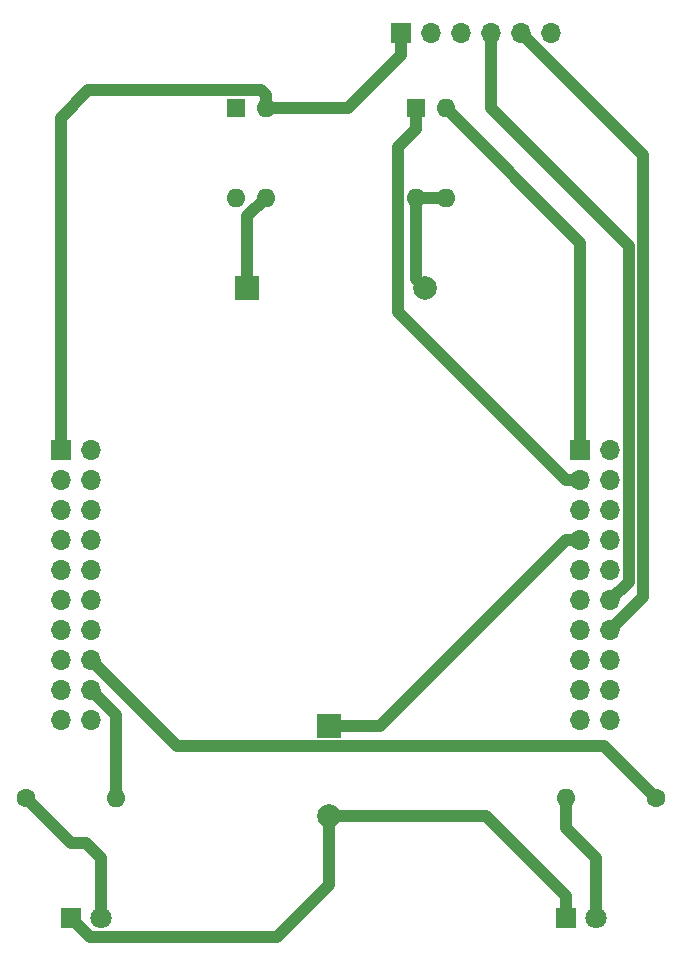
<source format=gbr>
G04 #@! TF.GenerationSoftware,KiCad,Pcbnew,5.1.5+dfsg1-2build2*
G04 #@! TF.CreationDate,2021-12-17T19:19:48-04:00*
G04 #@! TF.ProjectId,prototyping_backplane,70726f74-6f74-4797-9069-6e675f626163,B*
G04 #@! TF.SameCoordinates,Original*
G04 #@! TF.FileFunction,Copper,L1,Top*
G04 #@! TF.FilePolarity,Positive*
%FSLAX46Y46*%
G04 Gerber Fmt 4.6, Leading zero omitted, Abs format (unit mm)*
G04 Created by KiCad (PCBNEW 5.1.5+dfsg1-2build2) date 2021-12-17 19:19:48*
%MOMM*%
%LPD*%
G04 APERTURE LIST*
%ADD10O,1.700000X1.700000*%
%ADD11R,1.700000X1.700000*%
%ADD12O,1.600000X1.600000*%
%ADD13C,1.600000*%
%ADD14C,2.000000*%
%ADD15R,2.000000X2.000000*%
%ADD16R,1.600000X1.600000*%
%ADD17C,1.800000*%
%ADD18R,1.800000X1.800000*%
%ADD19C,1.000000*%
G04 APERTURE END LIST*
D10*
X198120000Y-48260000D03*
X195580000Y-48260000D03*
X193040000Y-48260000D03*
X190500000Y-48260000D03*
X187960000Y-48260000D03*
D11*
X185420000Y-48260000D03*
D12*
X161290000Y-113030000D03*
D13*
X153670000Y-113030000D03*
D12*
X199390000Y-113030000D03*
D13*
X207010000Y-113030000D03*
D10*
X159170000Y-106400000D03*
X156630000Y-106400000D03*
X159170000Y-103860000D03*
X156630000Y-103860000D03*
X159170000Y-101320000D03*
X156630000Y-101320000D03*
X159170000Y-98780000D03*
X156630000Y-98780000D03*
X159170000Y-96240000D03*
X156630000Y-96240000D03*
X159170000Y-93700000D03*
X156630000Y-93700000D03*
X159170000Y-91160000D03*
X156630000Y-91160000D03*
X159170000Y-88620000D03*
X156630000Y-88620000D03*
X159170000Y-86080000D03*
X156630000Y-86080000D03*
X159170000Y-83540000D03*
D11*
X156630000Y-83540000D03*
D10*
X203170000Y-106400000D03*
X200630000Y-106400000D03*
X203170000Y-103860000D03*
X200630000Y-103860000D03*
X203170000Y-101320000D03*
X200630000Y-101320000D03*
X203170000Y-98780000D03*
X200630000Y-98780000D03*
X203170000Y-96240000D03*
X200630000Y-96240000D03*
X203170000Y-93700000D03*
X200630000Y-93700000D03*
X203170000Y-91160000D03*
X200630000Y-91160000D03*
X203170000Y-88620000D03*
X200630000Y-88620000D03*
X203170000Y-86080000D03*
X200630000Y-86080000D03*
X203170000Y-83540000D03*
D11*
X200630000Y-83540000D03*
D14*
X187440000Y-69850000D03*
D15*
X172450000Y-69850000D03*
D12*
X186690000Y-62230000D03*
X189230000Y-54610000D03*
X189230000Y-62230000D03*
D16*
X186690000Y-54610000D03*
D12*
X171450000Y-62230000D03*
X173990000Y-54610000D03*
X173990000Y-62230000D03*
D16*
X171450000Y-54610000D03*
D14*
X179340000Y-114520000D03*
D15*
X179340000Y-106920000D03*
D17*
X160020000Y-123190000D03*
D18*
X157480000Y-123190000D03*
D17*
X201930000Y-123190000D03*
D18*
X199390000Y-123190000D03*
D19*
X186690000Y-62230000D02*
X189230000Y-62230000D01*
X186690000Y-69100000D02*
X187440000Y-69850000D01*
X186690000Y-62230000D02*
X186690000Y-69100000D01*
X172450000Y-63770000D02*
X173990000Y-62230000D01*
X172450000Y-69850000D02*
X172450000Y-63770000D01*
X201930000Y-118110000D02*
X201930000Y-123190000D01*
X199390000Y-115570000D02*
X201930000Y-118110000D01*
X199390000Y-113030000D02*
X199390000Y-115570000D01*
X157480000Y-116840000D02*
X153670000Y-113030000D01*
X158750000Y-116840000D02*
X157480000Y-116840000D01*
X160020000Y-118110000D02*
X158750000Y-116840000D01*
X160020000Y-123190000D02*
X160020000Y-118110000D01*
X161290000Y-105980000D02*
X161290000Y-113030000D01*
X159170000Y-103860000D02*
X161290000Y-105980000D01*
X160019999Y-102169999D02*
X159170000Y-101320000D01*
X166470001Y-108620001D02*
X160019999Y-102169999D01*
X202600001Y-108620001D02*
X166470001Y-108620001D01*
X207010000Y-113030000D02*
X202600001Y-108620001D01*
X156630000Y-83540000D02*
X156630000Y-55460000D01*
X173990000Y-53478630D02*
X173990000Y-54610000D01*
X173621369Y-53109999D02*
X173990000Y-53478630D01*
X158980001Y-53109999D02*
X173621369Y-53109999D01*
X156630000Y-55460000D02*
X158980001Y-53109999D01*
X173990000Y-54610000D02*
X180920000Y-54610000D01*
X185420000Y-50110000D02*
X185420000Y-48260000D01*
X180920000Y-54610000D02*
X185420000Y-50110000D01*
X196429999Y-49109999D02*
X195580000Y-48260000D01*
X205920010Y-96029990D02*
X205920010Y-58600010D01*
X205920010Y-58600010D02*
X196429999Y-49109999D01*
X203170000Y-98780000D02*
X205920010Y-96029990D01*
X204720001Y-94689999D02*
X204720001Y-66290001D01*
X203170000Y-96240000D02*
X204720001Y-94689999D01*
X193040000Y-54610000D02*
X193040000Y-48260000D01*
X204720001Y-66290001D02*
X193040000Y-54610000D01*
X181340000Y-106920000D02*
X179340000Y-106920000D01*
X183667919Y-106920000D02*
X181340000Y-106920000D01*
X199427919Y-91160000D02*
X183667919Y-106920000D01*
X200630000Y-91160000D02*
X199427919Y-91160000D01*
X186690000Y-56410000D02*
X186690000Y-54610000D01*
X185189999Y-57910001D02*
X186690000Y-56410000D01*
X185189999Y-71842080D02*
X185189999Y-57910001D01*
X199427919Y-86080000D02*
X185189999Y-71842080D01*
X200630000Y-86080000D02*
X199427919Y-86080000D01*
X200630000Y-66010000D02*
X189230000Y-54610000D01*
X200630000Y-83540000D02*
X200630000Y-66010000D01*
X199390000Y-121290000D02*
X199390000Y-123190000D01*
X192620000Y-114520000D02*
X199390000Y-121290000D01*
X179340000Y-114520000D02*
X192620000Y-114520000D01*
X179340000Y-114520000D02*
X179340000Y-120380000D01*
X159080001Y-124790001D02*
X157480000Y-123190000D01*
X174929999Y-124790001D02*
X159080001Y-124790001D01*
X179340000Y-120380000D02*
X174929999Y-124790001D01*
M02*

</source>
